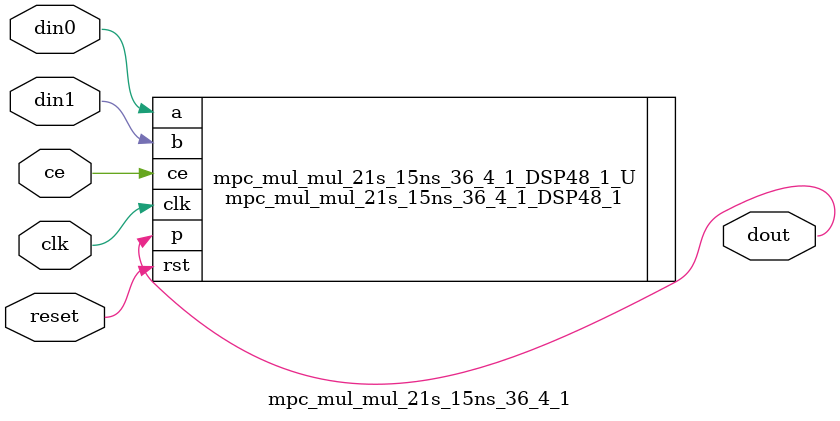
<source format=v>
module mpc_mul_mul_21s_15ns_36_4_1(
    clk,
    reset,
    ce,
    din0,
    din1,
    dout);

parameter ID = 32'd1;
parameter NUM_STAGE = 32'd1;
parameter din0_WIDTH = 32'd1;
parameter din1_WIDTH = 32'd1;
parameter dout_WIDTH = 32'd1;
input clk;
input reset;
input ce;
input[din0_WIDTH - 1:0] din0;
input[din1_WIDTH - 1:0] din1;
output[dout_WIDTH - 1:0] dout;



mpc_mul_mul_21s_15ns_36_4_1_DSP48_1 mpc_mul_mul_21s_15ns_36_4_1_DSP48_1_U(
    .clk( clk ),
    .rst( reset ),
    .ce( ce ),
    .a( din0 ),
    .b( din1 ),
    .p( dout ));

endmodule

</source>
